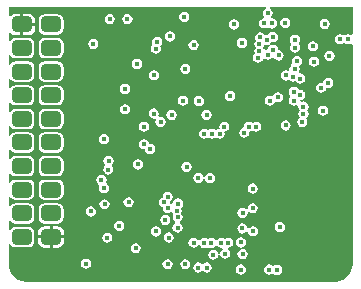
<source format=gbr>
%TF.GenerationSoftware,Altium Limited,Altium Designer,24.3.1 (35)*%
G04 Layer_Physical_Order=2*
G04 Layer_Color=36540*
%FSLAX45Y45*%
%MOMM*%
%TF.SameCoordinates,49A6F1C3-9DA9-4727-8ECF-3BB51FF8743F*%
%TF.FilePolarity,Positive*%
%TF.FileFunction,Copper,L2,Inr,Signal*%
%TF.Part,Single*%
G01*
G75*
%TA.AperFunction,ViaPad*%
%ADD45C,0.45000*%
%TA.AperFunction,ComponentPad*%
G04:AMPARAMS|DCode=46|XSize=1.3mm|YSize=1.7mm|CornerRadius=0.325mm|HoleSize=0mm|Usage=FLASHONLY|Rotation=270.000|XOffset=0mm|YOffset=0mm|HoleType=Round|Shape=RoundedRectangle|*
%AMROUNDEDRECTD46*
21,1,1.30000,1.05000,0,0,270.0*
21,1,0.65000,1.70000,0,0,270.0*
1,1,0.65000,-0.52500,-0.32500*
1,1,0.65000,-0.52500,0.32500*
1,1,0.65000,0.52500,0.32500*
1,1,0.65000,0.52500,-0.32500*
%
%ADD46ROUNDEDRECTD46*%
G36*
X2956055Y2245063D02*
X2941055Y2237046D01*
X2936583Y2240034D01*
X2920000Y2243332D01*
X2903417Y2240034D01*
X2895804Y2234947D01*
X2885000Y2231878D01*
X2874196Y2234947D01*
X2866583Y2240034D01*
X2850000Y2243332D01*
X2833417Y2240034D01*
X2819359Y2230640D01*
X2809966Y2216583D01*
X2806667Y2200000D01*
X2809966Y2183417D01*
X2819359Y2169359D01*
X2833417Y2159966D01*
X2850000Y2156668D01*
X2866583Y2159966D01*
X2874196Y2165053D01*
X2885000Y2168121D01*
X2895804Y2165053D01*
X2903417Y2159966D01*
X2920000Y2156668D01*
X2936583Y2159966D01*
X2941055Y2162954D01*
X2956055Y2154937D01*
Y650001D01*
Y299999D01*
X2956164Y299449D01*
X2950913Y259563D01*
X2935305Y221881D01*
X2910476Y189524D01*
X2878118Y164695D01*
X2840437Y149087D01*
X2814295Y145645D01*
X2800000Y143944D01*
Y143944D01*
X200000D01*
X199453Y143835D01*
X159563Y149087D01*
X121882Y164695D01*
X89524Y189524D01*
X64695Y221882D01*
X49087Y259563D01*
X43836Y299453D01*
X43944Y299999D01*
Y462631D01*
X58944Y467182D01*
X66650Y455650D01*
X84016Y444046D01*
X104500Y439971D01*
X209500D01*
X229984Y444046D01*
X247350Y455650D01*
X258954Y473015D01*
X263028Y493500D01*
Y558500D01*
X258954Y578984D01*
X247350Y596350D01*
X229984Y607953D01*
X209500Y612028D01*
X104500D01*
X84016Y607953D01*
X66650Y596350D01*
X58944Y584818D01*
X43944Y589368D01*
Y662631D01*
X58944Y667182D01*
X66650Y655650D01*
X84016Y644046D01*
X104500Y639972D01*
X209500D01*
X229984Y644046D01*
X247350Y655650D01*
X258954Y673015D01*
X263028Y693500D01*
Y758500D01*
X258954Y778984D01*
X247350Y796350D01*
X229984Y807953D01*
X209500Y812028D01*
X104500D01*
X84016Y807953D01*
X66650Y796350D01*
X58944Y784818D01*
X43944Y789368D01*
Y862631D01*
X58944Y867182D01*
X66650Y855650D01*
X84016Y844046D01*
X104500Y839972D01*
X209500D01*
X229984Y844046D01*
X247350Y855650D01*
X258954Y873016D01*
X263028Y893500D01*
Y958500D01*
X258954Y978984D01*
X247350Y996350D01*
X229984Y1007954D01*
X209500Y1012028D01*
X104500D01*
X84016Y1007954D01*
X66650Y996350D01*
X58944Y984818D01*
X43944Y989368D01*
Y1062632D01*
X58944Y1067182D01*
X66650Y1055650D01*
X84016Y1044046D01*
X104500Y1039972D01*
X209500D01*
X229984Y1044046D01*
X247350Y1055650D01*
X258954Y1073016D01*
X263028Y1093500D01*
Y1158500D01*
X258954Y1178984D01*
X247350Y1196350D01*
X229984Y1207954D01*
X209500Y1212028D01*
X104500D01*
X84016Y1207954D01*
X66650Y1196350D01*
X58944Y1184818D01*
X43944Y1189368D01*
Y1262631D01*
X58944Y1267182D01*
X66650Y1255650D01*
X84016Y1244046D01*
X104500Y1239972D01*
X209500D01*
X229984Y1244046D01*
X247350Y1255650D01*
X258954Y1273015D01*
X263028Y1293500D01*
Y1358500D01*
X258954Y1378984D01*
X247350Y1396350D01*
X229984Y1407953D01*
X209500Y1412028D01*
X104500D01*
X84016Y1407953D01*
X66650Y1396350D01*
X58944Y1384818D01*
X43944Y1389368D01*
Y1462632D01*
X58944Y1467182D01*
X66650Y1455650D01*
X84016Y1444046D01*
X104500Y1439972D01*
X209500D01*
X229984Y1444046D01*
X247350Y1455650D01*
X258954Y1473016D01*
X263028Y1493500D01*
Y1558500D01*
X258954Y1578984D01*
X247350Y1596350D01*
X229984Y1607954D01*
X209500Y1612028D01*
X104500D01*
X84016Y1607954D01*
X66650Y1596350D01*
X58944Y1584818D01*
X43944Y1589368D01*
Y1662631D01*
X58944Y1667182D01*
X66650Y1655650D01*
X84016Y1644046D01*
X104500Y1639972D01*
X209500D01*
X229984Y1644046D01*
X247350Y1655650D01*
X258954Y1673015D01*
X263028Y1693500D01*
Y1758500D01*
X258954Y1778984D01*
X247350Y1796350D01*
X229984Y1807953D01*
X209500Y1812028D01*
X104500D01*
X84016Y1807953D01*
X66650Y1796350D01*
X58944Y1784818D01*
X43944Y1789368D01*
Y1862632D01*
X58944Y1867182D01*
X66650Y1855650D01*
X84016Y1844046D01*
X104500Y1839972D01*
X209500D01*
X229984Y1844046D01*
X247350Y1855650D01*
X258954Y1873016D01*
X263028Y1893500D01*
Y1958500D01*
X258954Y1978984D01*
X247350Y1996350D01*
X229984Y2007954D01*
X209500Y2012028D01*
X104500D01*
X84016Y2007954D01*
X66650Y1996350D01*
X58944Y1984818D01*
X43944Y1989368D01*
Y2062631D01*
X58944Y2067182D01*
X66650Y2055650D01*
X84016Y2044046D01*
X104500Y2039972D01*
X209500D01*
X229984Y2044046D01*
X247350Y2055650D01*
X258954Y2073015D01*
X263028Y2093500D01*
Y2158500D01*
X258954Y2178984D01*
X247350Y2196350D01*
X229984Y2207953D01*
X209500Y2212028D01*
X104500D01*
X84016Y2207953D01*
X66650Y2196350D01*
X58944Y2184818D01*
X43944Y2189368D01*
Y2252911D01*
X58944Y2257462D01*
X62757Y2251756D01*
X81908Y2238959D01*
X104500Y2234466D01*
X144300D01*
Y2326000D01*
Y2417534D01*
X104500D01*
X81908Y2413040D01*
X62757Y2400243D01*
X58944Y2394538D01*
X43944Y2399088D01*
Y2476056D01*
X2221752D01*
X2223229Y2461056D01*
X2220801Y2460573D01*
X2206743Y2451179D01*
X2197349Y2437121D01*
X2194051Y2420539D01*
X2197349Y2403956D01*
X2204900Y2392656D01*
X2202530Y2381598D01*
X2199905Y2376427D01*
X2191097Y2374675D01*
X2177039Y2365282D01*
X2167646Y2351224D01*
X2164347Y2334641D01*
X2167646Y2318058D01*
X2177039Y2304000D01*
X2191097Y2294607D01*
X2207680Y2291309D01*
X2224262Y2294607D01*
X2228297Y2297303D01*
X2240993Y2302598D01*
X2251678Y2296992D01*
X2256464Y2293794D01*
X2273047Y2290495D01*
X2289629Y2293794D01*
X2303687Y2303187D01*
X2313080Y2317245D01*
X2316379Y2333828D01*
X2313080Y2350410D01*
X2303687Y2364468D01*
X2289629Y2373862D01*
X2275291Y2376714D01*
X2271222Y2384096D01*
X2269224Y2391694D01*
X2277417Y2403956D01*
X2280716Y2420539D01*
X2277417Y2437121D01*
X2268024Y2451179D01*
X2253966Y2460573D01*
X2251538Y2461056D01*
X2253015Y2476056D01*
X2956055D01*
Y2245063D01*
D02*
G37*
%LPC*%
G36*
X1530000Y2433332D02*
X1513417Y2430034D01*
X1499359Y2420641D01*
X1489966Y2406583D01*
X1486668Y2390000D01*
X1489966Y2373417D01*
X1499359Y2359360D01*
X1513417Y2349966D01*
X1530000Y2346668D01*
X1546583Y2349966D01*
X1560641Y2359360D01*
X1570034Y2373417D01*
X1573332Y2390000D01*
X1570034Y2406583D01*
X1560641Y2420641D01*
X1546583Y2430034D01*
X1530000Y2433332D01*
D02*
G37*
G36*
X209500Y2417534D02*
X169700D01*
Y2338700D01*
X268534D01*
Y2358500D01*
X264040Y2381092D01*
X251243Y2400243D01*
X232091Y2413040D01*
X209500Y2417534D01*
D02*
G37*
G36*
X1050000Y2413332D02*
X1033417Y2410034D01*
X1019359Y2400641D01*
X1009966Y2386583D01*
X1006668Y2370000D01*
X1009966Y2353417D01*
X1019359Y2339360D01*
X1033417Y2329966D01*
X1050000Y2326668D01*
X1066583Y2329966D01*
X1080640Y2339360D01*
X1090034Y2353417D01*
X1093332Y2370000D01*
X1090034Y2386583D01*
X1080640Y2400641D01*
X1066583Y2410034D01*
X1050000Y2413332D01*
D02*
G37*
G36*
X900000D02*
X883417Y2410034D01*
X869359Y2400641D01*
X859966Y2386583D01*
X856668Y2370000D01*
X859966Y2353417D01*
X869359Y2339360D01*
X883417Y2329966D01*
X900000Y2326668D01*
X916583Y2329966D01*
X930641Y2339360D01*
X940034Y2353417D01*
X943332Y2370000D01*
X940034Y2386583D01*
X930641Y2400641D01*
X916583Y2410034D01*
X900000Y2413332D01*
D02*
G37*
G36*
X2385852Y2381951D02*
X2369270Y2378653D01*
X2355212Y2369259D01*
X2345818Y2355202D01*
X2342520Y2338619D01*
X2345818Y2322036D01*
X2355212Y2307978D01*
X2369270Y2298585D01*
X2385852Y2295286D01*
X2402435Y2298585D01*
X2416493Y2307978D01*
X2425886Y2322036D01*
X2429185Y2338619D01*
X2425886Y2355202D01*
X2416493Y2369259D01*
X2402435Y2378653D01*
X2385852Y2381951D01*
D02*
G37*
G36*
X2720000Y2373332D02*
X2703417Y2370034D01*
X2689359Y2360640D01*
X2679966Y2346583D01*
X2676667Y2330000D01*
X2679966Y2313417D01*
X2689359Y2299359D01*
X2703417Y2289966D01*
X2720000Y2286668D01*
X2736583Y2289966D01*
X2750640Y2299359D01*
X2760034Y2313417D01*
X2763332Y2330000D01*
X2760034Y2346583D01*
X2750640Y2360640D01*
X2736583Y2370034D01*
X2720000Y2373332D01*
D02*
G37*
G36*
X1952558Y2368333D02*
X1935975Y2365034D01*
X1921917Y2355641D01*
X1912524Y2341583D01*
X1909225Y2325000D01*
X1912524Y2308418D01*
X1921917Y2294360D01*
X1935975Y2284966D01*
X1952558Y2281668D01*
X1969140Y2284966D01*
X1983198Y2294360D01*
X1992592Y2308418D01*
X1995890Y2325000D01*
X1992592Y2341583D01*
X1983198Y2355641D01*
X1969140Y2365034D01*
X1952558Y2368333D01*
D02*
G37*
G36*
X455500Y2412028D02*
X350500D01*
X330016Y2407954D01*
X312650Y2396350D01*
X301046Y2378984D01*
X296972Y2358500D01*
Y2293500D01*
X301046Y2273016D01*
X312650Y2255650D01*
X330016Y2244046D01*
X350500Y2239972D01*
X455500D01*
X475984Y2244046D01*
X493350Y2255650D01*
X504954Y2273016D01*
X509028Y2293500D01*
Y2358500D01*
X504954Y2378984D01*
X493350Y2396350D01*
X475984Y2407954D01*
X455500Y2412028D01*
D02*
G37*
G36*
X2281058Y2261898D02*
X2264476Y2258599D01*
X2250418Y2249206D01*
X2241046Y2235180D01*
X2227823Y2237810D01*
X2211828Y2234629D01*
X2204471Y2245640D01*
X2190413Y2255033D01*
X2173831Y2258332D01*
X2157248Y2255033D01*
X2143190Y2245640D01*
X2133797Y2231582D01*
X2130498Y2214999D01*
X2133797Y2198416D01*
X2138754Y2190997D01*
X2135293Y2188685D01*
X2125899Y2174627D01*
X2122601Y2158044D01*
X2125899Y2141462D01*
X2134590Y2128455D01*
X2127028Y2117138D01*
X2123729Y2100555D01*
X2127028Y2083973D01*
X2130603Y2078623D01*
X2124957Y2074851D01*
X2115563Y2060793D01*
X2112265Y2044210D01*
X2115563Y2027627D01*
X2124957Y2013570D01*
X2139015Y2004176D01*
X2155597Y2000878D01*
X2172180Y2004176D01*
X2186238Y2013570D01*
X2195631Y2027627D01*
X2196425Y2031617D01*
X2199331Y2033676D01*
X2212851Y2037309D01*
X2222589Y2030802D01*
X2239172Y2027503D01*
X2255755Y2030802D01*
X2269813Y2040195D01*
X2273978Y2046429D01*
X2281645Y2046251D01*
X2290562Y2044249D01*
X2298736Y2032015D01*
X2312794Y2022622D01*
X2329377Y2019323D01*
X2345959Y2022622D01*
X2360017Y2032015D01*
X2369411Y2046073D01*
X2372709Y2062656D01*
X2369411Y2079238D01*
X2360017Y2093296D01*
X2345959Y2102690D01*
X2329377Y2105988D01*
X2323091Y2120032D01*
X2321921Y2125910D01*
X2312528Y2139968D01*
X2298470Y2149361D01*
X2281887Y2152660D01*
X2265305Y2149361D01*
X2251247Y2139968D01*
X2241854Y2125910D01*
X2239505Y2114102D01*
X2239172Y2114168D01*
X2223597Y2111070D01*
X2218941Y2110918D01*
X2207380Y2115707D01*
X2207096Y2117138D01*
X2198405Y2130144D01*
X2205967Y2141462D01*
X2208308Y2153229D01*
X2211240Y2154444D01*
X2227823Y2151145D01*
X2244405Y2154444D01*
X2258463Y2163837D01*
X2267835Y2177863D01*
X2281058Y2175233D01*
X2297641Y2178531D01*
X2311699Y2187925D01*
X2321092Y2201983D01*
X2324391Y2218565D01*
X2321092Y2235148D01*
X2311699Y2249206D01*
X2297641Y2258599D01*
X2281058Y2261898D01*
D02*
G37*
G36*
X268534Y2313300D02*
X169700D01*
Y2234466D01*
X209500D01*
X232091Y2238959D01*
X251243Y2251756D01*
X264040Y2270908D01*
X268534Y2293500D01*
Y2313300D01*
D02*
G37*
G36*
X1410565Y2267176D02*
X1393982Y2263877D01*
X1379924Y2254484D01*
X1370531Y2240426D01*
X1367232Y2223843D01*
X1370531Y2207261D01*
X1379924Y2193203D01*
X1393982Y2183809D01*
X1410565Y2180511D01*
X1427148Y2183809D01*
X1441205Y2193203D01*
X1450599Y2207261D01*
X1453897Y2223843D01*
X1450599Y2240426D01*
X1441205Y2254484D01*
X1427148Y2263877D01*
X1410565Y2267176D01*
D02*
G37*
G36*
X2020000Y2213332D02*
X2003417Y2210034D01*
X1989359Y2200641D01*
X1979966Y2186583D01*
X1976668Y2170000D01*
X1979966Y2153417D01*
X1989359Y2139359D01*
X2003417Y2129966D01*
X2020000Y2126668D01*
X2036583Y2129966D01*
X2050641Y2139359D01*
X2060034Y2153417D01*
X2063332Y2170000D01*
X2060034Y2186583D01*
X2050641Y2200641D01*
X2036583Y2210034D01*
X2020000Y2213332D01*
D02*
G37*
G36*
X761529Y2203623D02*
X744946Y2200325D01*
X730888Y2190932D01*
X721495Y2176874D01*
X718196Y2160291D01*
X721495Y2143708D01*
X730888Y2129651D01*
X744946Y2120257D01*
X761529Y2116959D01*
X778111Y2120257D01*
X792169Y2129651D01*
X801563Y2143708D01*
X804861Y2160291D01*
X801563Y2176874D01*
X792169Y2190932D01*
X778111Y2200325D01*
X761529Y2203623D01*
D02*
G37*
G36*
X1610000Y2193332D02*
X1593417Y2190034D01*
X1579360Y2180641D01*
X1569966Y2166583D01*
X1566668Y2150000D01*
X1569966Y2133417D01*
X1579360Y2119359D01*
X1593417Y2109966D01*
X1610000Y2106668D01*
X1626583Y2109966D01*
X1640641Y2119359D01*
X1650034Y2133417D01*
X1653332Y2150000D01*
X1650034Y2166583D01*
X1640641Y2180641D01*
X1626583Y2190034D01*
X1610000Y2193332D01*
D02*
G37*
G36*
X2620000Y2183332D02*
X2603417Y2180034D01*
X2589360Y2170641D01*
X2579966Y2156583D01*
X2576668Y2140000D01*
X2579966Y2123417D01*
X2589360Y2109360D01*
X2603417Y2099966D01*
X2620000Y2096668D01*
X2636583Y2099966D01*
X2650641Y2109360D01*
X2660034Y2123417D01*
X2663332Y2140000D01*
X2660034Y2156583D01*
X2650641Y2170641D01*
X2636583Y2180034D01*
X2620000Y2183332D01*
D02*
G37*
G36*
X2468052Y2236886D02*
X2451470Y2233588D01*
X2437412Y2224194D01*
X2428018Y2210137D01*
X2424720Y2193554D01*
X2428018Y2176971D01*
X2437411Y2162913D01*
X2431955Y2149560D01*
X2429966Y2146583D01*
X2426667Y2130000D01*
X2429966Y2113417D01*
X2439359Y2099360D01*
X2453417Y2089966D01*
X2470000Y2086668D01*
X2486583Y2089966D01*
X2500640Y2099360D01*
X2510034Y2113417D01*
X2513332Y2130000D01*
X2510034Y2146583D01*
X2500641Y2160641D01*
X2506097Y2173994D01*
X2508086Y2176971D01*
X2511385Y2193554D01*
X2508086Y2210137D01*
X2498693Y2224194D01*
X2484635Y2233588D01*
X2468052Y2236886D01*
D02*
G37*
G36*
X1301277Y2219716D02*
X1284694Y2216417D01*
X1270636Y2207024D01*
X1261243Y2192966D01*
X1257944Y2176383D01*
X1261243Y2159801D01*
X1264893Y2154338D01*
X1259359Y2150641D01*
X1249966Y2136583D01*
X1246668Y2120000D01*
X1249966Y2103417D01*
X1259359Y2089360D01*
X1273417Y2079966D01*
X1290000Y2076668D01*
X1306583Y2079966D01*
X1320640Y2089360D01*
X1330034Y2103417D01*
X1333332Y2120000D01*
X1330034Y2136583D01*
X1326384Y2142046D01*
X1331917Y2145743D01*
X1341310Y2159801D01*
X1344609Y2176383D01*
X1341310Y2192966D01*
X1331917Y2207024D01*
X1317859Y2216417D01*
X1301277Y2219716D01*
D02*
G37*
G36*
X455500Y2212028D02*
X350500D01*
X330016Y2207953D01*
X312650Y2196350D01*
X301046Y2178984D01*
X296972Y2158500D01*
Y2093500D01*
X301046Y2073015D01*
X312650Y2055650D01*
X330016Y2044046D01*
X350500Y2039972D01*
X455500D01*
X475984Y2044046D01*
X493350Y2055650D01*
X504954Y2073015D01*
X509028Y2093500D01*
Y2158500D01*
X504954Y2178984D01*
X493350Y2196350D01*
X475984Y2207953D01*
X455500Y2212028D01*
D02*
G37*
G36*
X2760000Y2103332D02*
X2743417Y2100034D01*
X2729360Y2090640D01*
X2719966Y2076583D01*
X2716668Y2060000D01*
X2719966Y2043417D01*
X2729360Y2029359D01*
X2743417Y2019966D01*
X2760000Y2016668D01*
X2776583Y2019966D01*
X2790641Y2029359D01*
X2800034Y2043417D01*
X2803332Y2060000D01*
X2800034Y2076583D01*
X2790641Y2090640D01*
X2776583Y2100034D01*
X2760000Y2103332D01*
D02*
G37*
G36*
X2630000Y2053332D02*
X2613417Y2050034D01*
X2599360Y2040641D01*
X2589966Y2026583D01*
X2586668Y2010000D01*
X2589966Y1993417D01*
X2599360Y1979360D01*
X2613417Y1969966D01*
X2630000Y1966668D01*
X2646583Y1969966D01*
X2660641Y1979360D01*
X2670034Y1993417D01*
X2673332Y2010000D01*
X2670034Y2026583D01*
X2660641Y2040641D01*
X2646583Y2050034D01*
X2630000Y2053332D01*
D02*
G37*
G36*
X1131500Y2035444D02*
X1114918Y2032146D01*
X1100860Y2022752D01*
X1091466Y2008694D01*
X1088168Y1992112D01*
X1091466Y1975529D01*
X1100860Y1961471D01*
X1114918Y1952078D01*
X1131500Y1948779D01*
X1148083Y1952078D01*
X1162141Y1961471D01*
X1171534Y1975529D01*
X1174833Y1992112D01*
X1171534Y2008694D01*
X1162141Y2022752D01*
X1148083Y2032146D01*
X1131500Y2035444D01*
D02*
G37*
G36*
X2484288Y2057653D02*
X2467706Y2054355D01*
X2453648Y2044962D01*
X2444254Y2030904D01*
X2440956Y2014321D01*
X2444254Y1997739D01*
X2438629Y1979158D01*
X2434259Y1976238D01*
X2424865Y1962180D01*
X2421567Y1945597D01*
X2422262Y1942103D01*
X2408762Y1933082D01*
X2407998Y1933593D01*
X2391415Y1936892D01*
X2374833Y1933593D01*
X2360775Y1924200D01*
X2351381Y1910142D01*
X2348083Y1893559D01*
X2351381Y1876977D01*
X2360775Y1862919D01*
X2374833Y1853525D01*
X2391415Y1850227D01*
X2407998Y1853525D01*
X2418428Y1860495D01*
X2423813Y1852435D01*
X2437871Y1843042D01*
X2454454Y1839744D01*
X2471036Y1843042D01*
X2473810Y1844895D01*
X2479451Y1836453D01*
X2493509Y1827060D01*
X2510092Y1823761D01*
X2526675Y1827060D01*
X2540733Y1836453D01*
X2550126Y1850511D01*
X2553424Y1867094D01*
X2550126Y1883676D01*
X2540733Y1897734D01*
X2526675Y1907128D01*
X2510092Y1910426D01*
X2501604Y1924031D01*
X2504933Y1929015D01*
X2508232Y1945597D01*
X2504933Y1962180D01*
X2510559Y1980760D01*
X2514929Y1983681D01*
X2524322Y1997738D01*
X2527621Y2014321D01*
X2524322Y2030904D01*
X2514929Y2044962D01*
X2500871Y2054355D01*
X2484288Y2057653D01*
D02*
G37*
G36*
X1540000Y1993332D02*
X1523417Y1990034D01*
X1509359Y1980640D01*
X1499966Y1966583D01*
X1496668Y1950000D01*
X1499966Y1933417D01*
X1509359Y1919359D01*
X1523417Y1909966D01*
X1540000Y1906668D01*
X1556583Y1909966D01*
X1570640Y1919359D01*
X1580034Y1933417D01*
X1583332Y1950000D01*
X1580034Y1966583D01*
X1570640Y1980640D01*
X1556583Y1990034D01*
X1540000Y1993332D01*
D02*
G37*
G36*
X1275452Y1937592D02*
X1258869Y1934293D01*
X1244812Y1924900D01*
X1235418Y1910842D01*
X1232120Y1894259D01*
X1235418Y1877676D01*
X1244812Y1863619D01*
X1258869Y1854225D01*
X1275452Y1850927D01*
X1292035Y1854225D01*
X1306093Y1863619D01*
X1315486Y1877676D01*
X1318785Y1894259D01*
X1315486Y1910842D01*
X1306093Y1924900D01*
X1292035Y1934293D01*
X1275452Y1937592D01*
D02*
G37*
G36*
X455500Y2012028D02*
X350500D01*
X330016Y2007954D01*
X312650Y1996350D01*
X301046Y1978984D01*
X296972Y1958500D01*
Y1893500D01*
X301046Y1873016D01*
X312650Y1855650D01*
X330016Y1844046D01*
X350500Y1839972D01*
X455500D01*
X475984Y1844046D01*
X493350Y1855650D01*
X504954Y1873016D01*
X509028Y1893500D01*
Y1958500D01*
X504954Y1978984D01*
X493350Y1996350D01*
X475984Y2007954D01*
X455500Y2012028D01*
D02*
G37*
G36*
X2750000Y1873332D02*
X2733417Y1870034D01*
X2719360Y1860640D01*
X2709966Y1846583D01*
X2709375Y1843608D01*
X2706582Y1830034D01*
X2690000Y1833332D01*
X2673417Y1830034D01*
X2659359Y1820641D01*
X2649966Y1806583D01*
X2646668Y1790000D01*
X2649966Y1773417D01*
X2659359Y1759359D01*
X2673417Y1749966D01*
X2690000Y1746668D01*
X2706583Y1749966D01*
X2720640Y1759359D01*
X2730034Y1773417D01*
X2730625Y1776391D01*
X2733418Y1789966D01*
X2750000Y1786667D01*
X2766583Y1789966D01*
X2780641Y1799359D01*
X2790034Y1813417D01*
X2793332Y1830000D01*
X2790034Y1846583D01*
X2780641Y1860640D01*
X2766583Y1870034D01*
X2750000Y1873332D01*
D02*
G37*
G36*
X1030000Y1823332D02*
X1013417Y1820034D01*
X999359Y1810641D01*
X989966Y1796583D01*
X986668Y1780000D01*
X989966Y1763417D01*
X999359Y1749359D01*
X1013417Y1739966D01*
X1030000Y1736668D01*
X1046583Y1739966D01*
X1060641Y1749359D01*
X1070034Y1763417D01*
X1073332Y1780000D01*
X1070034Y1796583D01*
X1060641Y1810641D01*
X1046583Y1820034D01*
X1030000Y1823332D01*
D02*
G37*
G36*
X2322971Y1751725D02*
X2306388Y1748427D01*
X2292330Y1739034D01*
X2282937Y1724976D01*
X2282861Y1724596D01*
X2271375Y1719838D01*
X2254793Y1723136D01*
X2238210Y1719838D01*
X2224152Y1710444D01*
X2214759Y1696386D01*
X2211460Y1679804D01*
X2214759Y1663221D01*
X2224152Y1649163D01*
X2238210Y1639770D01*
X2254793Y1636471D01*
X2271375Y1639770D01*
X2285433Y1649163D01*
X2294826Y1663221D01*
X2294902Y1663601D01*
X2306389Y1668359D01*
X2322971Y1665061D01*
X2339554Y1668359D01*
X2353611Y1677753D01*
X2363005Y1691810D01*
X2366303Y1708393D01*
X2363005Y1724976D01*
X2353611Y1739034D01*
X2339554Y1748427D01*
X2322971Y1751725D01*
D02*
G37*
G36*
X1920000Y1763333D02*
X1903417Y1760034D01*
X1889359Y1750641D01*
X1879966Y1736583D01*
X1876668Y1720000D01*
X1879966Y1703417D01*
X1889359Y1689360D01*
X1903417Y1679966D01*
X1920000Y1676668D01*
X1936583Y1679966D01*
X1950640Y1689360D01*
X1960034Y1703417D01*
X1963332Y1720000D01*
X1960034Y1736583D01*
X1950640Y1750641D01*
X1936583Y1760034D01*
X1920000Y1763333D01*
D02*
G37*
G36*
X455500Y1812028D02*
X350500D01*
X330016Y1807953D01*
X312650Y1796350D01*
X301046Y1778984D01*
X296972Y1758500D01*
Y1693500D01*
X301046Y1673015D01*
X312650Y1655650D01*
X330016Y1644046D01*
X350500Y1639972D01*
X455500D01*
X475984Y1644046D01*
X493350Y1655650D01*
X504954Y1673015D01*
X509028Y1693500D01*
Y1758500D01*
X504954Y1778984D01*
X493350Y1796350D01*
X475984Y1807953D01*
X455500Y1812028D01*
D02*
G37*
G36*
X1520000Y1723332D02*
X1503417Y1720034D01*
X1489359Y1710640D01*
X1479966Y1696583D01*
X1476668Y1680000D01*
X1479966Y1663417D01*
X1489359Y1649359D01*
X1503417Y1639966D01*
X1520000Y1636668D01*
X1536583Y1639966D01*
X1550641Y1649359D01*
X1560034Y1663417D01*
X1563332Y1680000D01*
X1560034Y1696583D01*
X1550641Y1710640D01*
X1536583Y1720034D01*
X1520000Y1723332D01*
D02*
G37*
G36*
X1654424Y1719750D02*
X1637842Y1716451D01*
X1623784Y1707058D01*
X1614390Y1693000D01*
X1611092Y1676418D01*
X1614390Y1659835D01*
X1623784Y1645777D01*
X1637842Y1636384D01*
X1654424Y1633085D01*
X1671007Y1636384D01*
X1685065Y1645777D01*
X1694458Y1659835D01*
X1697757Y1676418D01*
X1694458Y1693000D01*
X1685065Y1707058D01*
X1671007Y1716451D01*
X1654424Y1719750D01*
D02*
G37*
G36*
X1030489Y1650497D02*
X1013906Y1647199D01*
X999848Y1637805D01*
X990455Y1623747D01*
X987157Y1607165D01*
X990455Y1590582D01*
X999848Y1576524D01*
X1013906Y1567131D01*
X1030489Y1563832D01*
X1047072Y1567131D01*
X1061129Y1576524D01*
X1070523Y1590582D01*
X1073821Y1607165D01*
X1070523Y1623747D01*
X1061129Y1637805D01*
X1047072Y1647199D01*
X1030489Y1650497D01*
D02*
G37*
G36*
X2705000Y1638333D02*
X2688418Y1635034D01*
X2674360Y1625641D01*
X2664966Y1611583D01*
X2661668Y1595000D01*
X2664966Y1578417D01*
X2674360Y1564360D01*
X2688418Y1554966D01*
X2705000Y1551668D01*
X2721583Y1554966D01*
X2735641Y1564360D01*
X2745034Y1578417D01*
X2748333Y1595000D01*
X2745034Y1611583D01*
X2735641Y1625641D01*
X2721583Y1635034D01*
X2705000Y1638333D01*
D02*
G37*
G36*
X1720000Y1603332D02*
X1703417Y1600034D01*
X1689360Y1590640D01*
X1679966Y1576583D01*
X1676668Y1560000D01*
X1679966Y1543417D01*
X1689360Y1529359D01*
X1703417Y1519966D01*
X1720000Y1516668D01*
X1736583Y1519966D01*
X1750641Y1529359D01*
X1760034Y1543417D01*
X1763333Y1560000D01*
X1760034Y1576583D01*
X1750641Y1590640D01*
X1736583Y1600034D01*
X1720000Y1603332D01*
D02*
G37*
G36*
X1423747Y1602316D02*
X1407164Y1599018D01*
X1393106Y1589624D01*
X1383713Y1575566D01*
X1380415Y1558984D01*
X1383713Y1542401D01*
X1393106Y1528343D01*
X1407164Y1518950D01*
X1423747Y1515651D01*
X1440330Y1518950D01*
X1454387Y1528343D01*
X1463781Y1542401D01*
X1467079Y1558984D01*
X1463781Y1575566D01*
X1454387Y1589624D01*
X1440330Y1599018D01*
X1423747Y1602316D01*
D02*
G37*
G36*
X2139948Y1503384D02*
X2123365Y1500086D01*
X2109935Y1491112D01*
X2096583Y1500034D01*
X2080000Y1503332D01*
X2063417Y1500034D01*
X2049359Y1490640D01*
X2039966Y1476583D01*
X2036668Y1460000D01*
X2038070Y1452949D01*
X2023417Y1450034D01*
X2009359Y1440641D01*
X1999966Y1426583D01*
X1996668Y1410000D01*
X1999966Y1393417D01*
X2009359Y1379359D01*
X2023417Y1369966D01*
X2040000Y1366668D01*
X2056583Y1369966D01*
X2070641Y1379359D01*
X2080034Y1393417D01*
X2083332Y1410000D01*
X2081930Y1417051D01*
X2096583Y1419966D01*
X2110013Y1428940D01*
X2123365Y1420018D01*
X2139948Y1416720D01*
X2156531Y1420018D01*
X2170588Y1429411D01*
X2179982Y1443469D01*
X2183280Y1460052D01*
X2179982Y1476635D01*
X2170588Y1490692D01*
X2156531Y1500086D01*
X2139948Y1503384D01*
D02*
G37*
G36*
X2459498Y1799394D02*
X2442915Y1796096D01*
X2428857Y1786702D01*
X2419464Y1772644D01*
X2416166Y1756062D01*
X2419464Y1739479D01*
X2427506Y1727443D01*
X2429283Y1719347D01*
X2427698Y1708155D01*
X2419966Y1696583D01*
X2416668Y1680000D01*
X2419966Y1663417D01*
X2429359Y1649359D01*
X2443417Y1639966D01*
X2460000Y1636668D01*
X2476583Y1639966D01*
X2484394Y1645186D01*
X2497894Y1636166D01*
X2496668Y1630000D01*
X2499966Y1613417D01*
X2508931Y1600000D01*
X2499966Y1586583D01*
X2496668Y1570000D01*
X2499966Y1553417D01*
X2509359Y1539360D01*
X2500462Y1531377D01*
X2499359Y1530641D01*
X2489966Y1516583D01*
X2486668Y1500000D01*
X2489966Y1483417D01*
X2499359Y1469360D01*
X2513417Y1459966D01*
X2530000Y1456668D01*
X2546583Y1459966D01*
X2560641Y1469360D01*
X2570034Y1483417D01*
X2573332Y1500000D01*
X2570034Y1516583D01*
X2560641Y1530640D01*
X2569538Y1538623D01*
X2570641Y1539359D01*
X2580034Y1553417D01*
X2583332Y1570000D01*
X2580034Y1586583D01*
X2571069Y1600000D01*
X2580034Y1613417D01*
X2583332Y1630000D01*
X2580034Y1646583D01*
X2570641Y1660641D01*
X2556583Y1670034D01*
X2540000Y1673332D01*
X2527488Y1670844D01*
X2516697Y1677900D01*
X2513606Y1681519D01*
X2513889Y1684002D01*
X2517554Y1685392D01*
X2526798Y1687230D01*
X2540856Y1696624D01*
X2550249Y1710682D01*
X2553548Y1727264D01*
X2550249Y1743847D01*
X2540856Y1757905D01*
X2526798Y1767298D01*
X2510215Y1770597D01*
X2500330Y1768630D01*
X2499532Y1772644D01*
X2490139Y1786702D01*
X2476081Y1796096D01*
X2459498Y1799394D01*
D02*
G37*
G36*
X1272521Y1614625D02*
X1255939Y1611327D01*
X1241881Y1601933D01*
X1232488Y1587875D01*
X1229189Y1571293D01*
X1232488Y1554710D01*
X1241881Y1540652D01*
X1255939Y1531259D01*
X1272521Y1527960D01*
X1280602Y1529568D01*
X1289966Y1516582D01*
X1286667Y1500000D01*
X1289966Y1483417D01*
X1299359Y1469360D01*
X1313417Y1459966D01*
X1330000Y1456668D01*
X1346583Y1459966D01*
X1360640Y1469360D01*
X1370034Y1483417D01*
X1373332Y1500000D01*
X1370034Y1516583D01*
X1360640Y1530641D01*
X1346583Y1540034D01*
X1330000Y1543332D01*
X1321920Y1541725D01*
X1312555Y1554710D01*
X1315854Y1571293D01*
X1312555Y1587875D01*
X1303162Y1601933D01*
X1289104Y1611327D01*
X1272521Y1614625D01*
D02*
G37*
G36*
X455500Y1612028D02*
X350500D01*
X330016Y1607954D01*
X312650Y1596350D01*
X301046Y1578984D01*
X296972Y1558500D01*
Y1493500D01*
X301046Y1473016D01*
X312650Y1455650D01*
X330016Y1444046D01*
X350500Y1439972D01*
X455500D01*
X475984Y1444046D01*
X493350Y1455650D01*
X504954Y1473016D01*
X509028Y1493500D01*
Y1558500D01*
X504954Y1578984D01*
X493350Y1596350D01*
X475984Y1607954D01*
X455500Y1612028D01*
D02*
G37*
G36*
X1870000Y1503332D02*
X1853417Y1500034D01*
X1839360Y1490640D01*
X1829966Y1476583D01*
X1826668Y1460000D01*
X1829966Y1443417D01*
X1816392Y1440626D01*
X1813417Y1440034D01*
X1809855Y1437653D01*
X1796906Y1432019D01*
X1786243Y1438010D01*
X1781820Y1440965D01*
X1765237Y1444264D01*
X1748655Y1440965D01*
X1743904Y1437790D01*
X1733337Y1432095D01*
X1720473Y1437434D01*
X1716583Y1440034D01*
X1700000Y1443332D01*
X1683417Y1440034D01*
X1669359Y1430641D01*
X1659966Y1416583D01*
X1656668Y1400000D01*
X1659966Y1383417D01*
X1669359Y1369359D01*
X1683417Y1359966D01*
X1700000Y1356668D01*
X1716583Y1359966D01*
X1730640Y1369359D01*
X1744126Y1363923D01*
X1748655Y1360897D01*
X1765237Y1357599D01*
X1781820Y1360897D01*
X1785383Y1363278D01*
X1798331Y1368912D01*
X1808994Y1362921D01*
X1813417Y1359966D01*
X1830000Y1356668D01*
X1846583Y1359966D01*
X1860640Y1369359D01*
X1870034Y1383417D01*
X1873332Y1400000D01*
X1870034Y1416582D01*
X1883608Y1419374D01*
X1886583Y1419966D01*
X1900641Y1429359D01*
X1910034Y1443417D01*
X1913332Y1460000D01*
X1910034Y1476583D01*
X1900641Y1490640D01*
X1886583Y1500034D01*
X1870000Y1503332D01*
D02*
G37*
G36*
X2390000Y1513333D02*
X2373417Y1510034D01*
X2359360Y1500641D01*
X2349966Y1486583D01*
X2346668Y1470000D01*
X2349966Y1453417D01*
X2359360Y1439360D01*
X2373417Y1429966D01*
X2390000Y1426668D01*
X2406583Y1429966D01*
X2420641Y1439360D01*
X2430034Y1453417D01*
X2433332Y1470000D01*
X2430034Y1486583D01*
X2420641Y1500641D01*
X2406583Y1510034D01*
X2390000Y1513333D01*
D02*
G37*
G36*
X1190000Y1503332D02*
X1173417Y1500034D01*
X1159359Y1490640D01*
X1149966Y1476583D01*
X1146668Y1460000D01*
X1149966Y1443417D01*
X1159359Y1429359D01*
X1173417Y1419966D01*
X1190000Y1416667D01*
X1206583Y1419966D01*
X1220640Y1429359D01*
X1230034Y1443417D01*
X1233332Y1460000D01*
X1230034Y1476583D01*
X1220640Y1490640D01*
X1206583Y1500034D01*
X1190000Y1503332D01*
D02*
G37*
G36*
X850000Y1397506D02*
X833417Y1394208D01*
X819359Y1384814D01*
X809966Y1370756D01*
X806667Y1354174D01*
X809966Y1337591D01*
X819359Y1323533D01*
X833417Y1314140D01*
X850000Y1310841D01*
X866582Y1314140D01*
X880640Y1323533D01*
X890034Y1337591D01*
X893332Y1354174D01*
X890034Y1370756D01*
X880640Y1384814D01*
X866582Y1394208D01*
X850000Y1397506D01*
D02*
G37*
G36*
X455500Y1412028D02*
X350500D01*
X330016Y1407953D01*
X312650Y1396350D01*
X301046Y1378984D01*
X296972Y1358500D01*
Y1293500D01*
X301046Y1273015D01*
X312650Y1255650D01*
X330016Y1244046D01*
X350500Y1239972D01*
X455500D01*
X475984Y1244046D01*
X493350Y1255650D01*
X504954Y1273015D01*
X509028Y1293500D01*
Y1358500D01*
X504954Y1378984D01*
X493350Y1396350D01*
X475984Y1407953D01*
X455500Y1412028D01*
D02*
G37*
G36*
X1190000Y1353332D02*
X1173417Y1350034D01*
X1159359Y1340640D01*
X1149966Y1326583D01*
X1146668Y1310000D01*
X1149966Y1293417D01*
X1159359Y1279359D01*
X1173417Y1269966D01*
X1190000Y1266668D01*
X1197051Y1268070D01*
X1199966Y1253417D01*
X1209360Y1239359D01*
X1223417Y1229966D01*
X1240000Y1226668D01*
X1256583Y1229966D01*
X1270641Y1239359D01*
X1280034Y1253417D01*
X1283332Y1270000D01*
X1280034Y1286583D01*
X1270641Y1300641D01*
X1256583Y1310034D01*
X1240000Y1313332D01*
X1232949Y1311930D01*
X1230034Y1326583D01*
X1220640Y1340640D01*
X1206583Y1350034D01*
X1190000Y1353332D01*
D02*
G37*
G36*
X1140000Y1183332D02*
X1123417Y1180034D01*
X1109359Y1170641D01*
X1099966Y1156583D01*
X1096668Y1140000D01*
X1099966Y1123417D01*
X1109359Y1109359D01*
X1123417Y1099966D01*
X1140000Y1096668D01*
X1156583Y1099966D01*
X1170641Y1109359D01*
X1180034Y1123417D01*
X1183332Y1140000D01*
X1180034Y1156583D01*
X1170641Y1170641D01*
X1156583Y1180034D01*
X1140000Y1183332D01*
D02*
G37*
G36*
X1550000Y1163332D02*
X1533417Y1160033D01*
X1519359Y1150640D01*
X1509966Y1136582D01*
X1506668Y1120000D01*
X1509966Y1103417D01*
X1519359Y1089359D01*
X1533417Y1079966D01*
X1550000Y1076667D01*
X1566583Y1079966D01*
X1580640Y1089359D01*
X1590034Y1103417D01*
X1593332Y1120000D01*
X1590034Y1136582D01*
X1580640Y1150640D01*
X1566583Y1160033D01*
X1550000Y1163332D01*
D02*
G37*
G36*
X890000Y1213332D02*
X873417Y1210034D01*
X859359Y1200640D01*
X849966Y1186583D01*
X846668Y1170000D01*
X849966Y1153417D01*
X859359Y1139360D01*
X854677Y1124447D01*
X847373Y1113516D01*
X844075Y1096933D01*
X847373Y1080350D01*
X856766Y1066293D01*
X870824Y1056899D01*
X887407Y1053601D01*
X903990Y1056899D01*
X918047Y1066293D01*
X927441Y1080350D01*
X930739Y1096933D01*
X927441Y1113516D01*
X918047Y1127573D01*
X922729Y1142486D01*
X930034Y1153417D01*
X933332Y1170000D01*
X930034Y1186583D01*
X920641Y1200640D01*
X906583Y1210034D01*
X890000Y1213332D01*
D02*
G37*
G36*
X455500Y1212028D02*
X350500D01*
X330016Y1207954D01*
X312650Y1196350D01*
X301046Y1178984D01*
X296972Y1158500D01*
Y1093500D01*
X301046Y1073016D01*
X312650Y1055650D01*
X330016Y1044046D01*
X350500Y1039972D01*
X455500D01*
X475984Y1044046D01*
X493350Y1055650D01*
X504954Y1073016D01*
X509028Y1093500D01*
Y1158500D01*
X504954Y1178984D01*
X493350Y1196350D01*
X475984Y1207954D01*
X455500Y1212028D01*
D02*
G37*
G36*
X1651592Y1067889D02*
X1635009Y1064591D01*
X1620951Y1055198D01*
X1611558Y1041140D01*
X1608259Y1024557D01*
X1611558Y1007974D01*
X1620951Y993916D01*
X1635009Y984523D01*
X1651592Y981225D01*
X1668174Y984523D01*
X1682232Y993916D01*
X1691626Y1007974D01*
X1693207Y1015924D01*
X1708501D01*
X1710274Y1007006D01*
X1719668Y992948D01*
X1733726Y983555D01*
X1750308Y980256D01*
X1766891Y983555D01*
X1780949Y992948D01*
X1790342Y1007006D01*
X1793641Y1023589D01*
X1790342Y1040171D01*
X1780949Y1054229D01*
X1766891Y1063623D01*
X1750308Y1066921D01*
X1733726Y1063623D01*
X1719668Y1054229D01*
X1710274Y1040171D01*
X1708693Y1032222D01*
X1693399D01*
X1691626Y1041140D01*
X1682232Y1055198D01*
X1668174Y1064591D01*
X1651592Y1067889D01*
D02*
G37*
G36*
X830000Y1053332D02*
X813417Y1050034D01*
X799360Y1040641D01*
X789966Y1026583D01*
X786668Y1010000D01*
X789966Y993417D01*
X799360Y979359D01*
X804754Y975755D01*
X810018Y956634D01*
X806720Y940052D01*
X810018Y923469D01*
X819412Y909411D01*
X833470Y900018D01*
X850052Y896720D01*
X866635Y900018D01*
X880693Y909411D01*
X890086Y923469D01*
X893385Y940052D01*
X890086Y956635D01*
X880693Y970692D01*
X875298Y974297D01*
X870034Y993418D01*
X873333Y1010000D01*
X870034Y1026583D01*
X860641Y1040641D01*
X846583Y1050034D01*
X830000Y1053332D01*
D02*
G37*
G36*
X2110745Y978707D02*
X2094162Y975408D01*
X2080104Y966015D01*
X2070711Y951957D01*
X2067412Y935374D01*
X2070711Y918792D01*
X2080104Y904734D01*
X2094162Y895340D01*
X2110745Y892042D01*
X2127327Y895340D01*
X2141385Y904734D01*
X2150779Y918792D01*
X2154077Y935374D01*
X2150779Y951957D01*
X2141385Y966015D01*
X2127327Y975408D01*
X2110745Y978707D01*
D02*
G37*
G36*
X455500Y1012028D02*
X350500D01*
X330016Y1007954D01*
X312650Y996350D01*
X301046Y978984D01*
X296972Y958500D01*
Y893500D01*
X301046Y873016D01*
X312650Y855650D01*
X330016Y844046D01*
X350500Y839972D01*
X455500D01*
X475984Y844046D01*
X493350Y855650D01*
X504954Y873016D01*
X509028Y893500D01*
Y958500D01*
X504954Y978984D01*
X493350Y996350D01*
X475984Y1007954D01*
X455500Y1012028D01*
D02*
G37*
G36*
X1059292Y863332D02*
X1042710Y860034D01*
X1028652Y850640D01*
X1019258Y836582D01*
X1015960Y820000D01*
X1019258Y803417D01*
X1028652Y789359D01*
X1042710Y779966D01*
X1059292Y776667D01*
X1075875Y779966D01*
X1089933Y789359D01*
X1099326Y803417D01*
X1102625Y820000D01*
X1099326Y836582D01*
X1089933Y850640D01*
X1075875Y860034D01*
X1059292Y863332D01*
D02*
G37*
G36*
X2110236Y812556D02*
X2093653Y809258D01*
X2079595Y799865D01*
X2070202Y785807D01*
X2066903Y769224D01*
X2067012Y768679D01*
X2060101Y763694D01*
X2053197Y761243D01*
X2040959Y769420D01*
X2024376Y772719D01*
X2007793Y769420D01*
X1993735Y760027D01*
X1984342Y745969D01*
X1981044Y729386D01*
X1984342Y712804D01*
X1993735Y698746D01*
X2007793Y689352D01*
X2024376Y686054D01*
X2040959Y689352D01*
X2055016Y698746D01*
X2064410Y712804D01*
X2067708Y729386D01*
X2067600Y729931D01*
X2074511Y734916D01*
X2081415Y737368D01*
X2093653Y729190D01*
X2110236Y725892D01*
X2126818Y729190D01*
X2140876Y738583D01*
X2150270Y752641D01*
X2153568Y769224D01*
X2150270Y785807D01*
X2140876Y799865D01*
X2126818Y809258D01*
X2110236Y812556D01*
D02*
G37*
G36*
X855802Y846160D02*
X839220Y842862D01*
X825162Y833468D01*
X815768Y819411D01*
X812470Y802828D01*
X815768Y786245D01*
X825162Y772187D01*
X839220Y762794D01*
X855802Y759496D01*
X872385Y762794D01*
X886443Y772187D01*
X895836Y786245D01*
X899135Y802828D01*
X895836Y819411D01*
X886443Y833468D01*
X872385Y842862D01*
X855802Y846160D01*
D02*
G37*
G36*
X740000Y785031D02*
X723417Y781732D01*
X709359Y772339D01*
X699966Y758281D01*
X696667Y741698D01*
X699966Y725116D01*
X709359Y711058D01*
X723417Y701664D01*
X740000Y698366D01*
X756582Y701664D01*
X770640Y711058D01*
X780034Y725116D01*
X783332Y741698D01*
X780034Y758281D01*
X770640Y772339D01*
X756582Y781732D01*
X740000Y785031D01*
D02*
G37*
G36*
X455500Y812028D02*
X350500D01*
X330016Y807953D01*
X312650Y796350D01*
X301046Y778984D01*
X296972Y758500D01*
Y693500D01*
X301046Y673015D01*
X312650Y655650D01*
X330016Y644046D01*
X350500Y639972D01*
X455500D01*
X475984Y644046D01*
X493350Y655650D01*
X504954Y673015D01*
X509028Y693500D01*
Y758500D01*
X504954Y778984D01*
X493350Y796350D01*
X475984Y807953D01*
X455500Y812028D01*
D02*
G37*
G36*
X1370000Y713332D02*
X1353417Y710034D01*
X1339360Y700640D01*
X1329966Y686583D01*
X1326668Y670000D01*
X1329966Y653417D01*
X1339360Y639359D01*
X1353417Y629966D01*
X1370000Y626668D01*
X1386583Y629966D01*
X1400641Y639359D01*
X1410034Y653417D01*
X1413332Y670000D01*
X1410034Y686583D01*
X1400641Y700640D01*
X1386583Y710034D01*
X1370000Y713332D01*
D02*
G37*
G36*
X979948Y663280D02*
X963365Y659982D01*
X949307Y650588D01*
X939914Y636531D01*
X936616Y619948D01*
X939914Y603365D01*
X949307Y589307D01*
X963365Y579914D01*
X979948Y576616D01*
X996531Y579914D01*
X1010589Y589307D01*
X1019982Y603365D01*
X1023280Y619948D01*
X1019982Y636531D01*
X1010589Y650588D01*
X996531Y659982D01*
X979948Y663280D01*
D02*
G37*
G36*
X2340000Y653332D02*
X2323417Y650034D01*
X2309359Y640641D01*
X2299966Y626583D01*
X2296667Y610000D01*
X2299966Y593417D01*
X2309359Y579360D01*
X2323417Y569966D01*
X2340000Y566668D01*
X2356583Y569966D01*
X2370640Y579360D01*
X2380034Y593417D01*
X2383332Y610000D01*
X2380034Y626583D01*
X2370640Y640641D01*
X2356583Y650034D01*
X2340000Y653332D01*
D02*
G37*
G36*
X1390528Y909781D02*
X1373946Y906483D01*
X1359888Y897089D01*
X1350494Y883031D01*
X1347196Y866449D01*
X1348555Y859614D01*
X1340478Y858008D01*
X1326421Y848614D01*
X1317027Y834556D01*
X1313729Y817974D01*
X1317027Y801391D01*
X1326421Y787333D01*
X1340478Y777940D01*
X1349644Y776117D01*
X1348925Y772505D01*
X1352224Y755922D01*
X1361617Y741864D01*
X1375675Y732471D01*
X1392258Y729172D01*
X1408840Y732471D01*
X1410602Y733648D01*
X1425942Y733416D01*
X1435335Y719358D01*
X1439816Y716365D01*
X1435482Y709878D01*
X1432183Y693296D01*
X1435482Y676713D01*
X1444875Y662655D01*
X1452131Y657807D01*
X1452144Y657774D01*
X1451376Y640635D01*
X1443453Y635341D01*
X1434059Y621283D01*
X1430761Y604701D01*
X1434059Y588118D01*
X1443453Y574060D01*
X1457511Y564667D01*
X1474093Y561368D01*
X1490676Y564667D01*
X1504734Y574060D01*
X1514127Y588118D01*
X1517426Y604701D01*
X1514127Y621283D01*
X1504734Y635341D01*
X1497478Y640189D01*
X1497464Y640223D01*
X1498233Y657361D01*
X1506156Y662655D01*
X1515549Y676713D01*
X1518848Y693296D01*
X1515549Y709878D01*
X1506156Y723936D01*
X1501676Y726930D01*
X1506010Y733416D01*
X1509308Y749999D01*
X1506010Y766582D01*
X1501307Y773619D01*
X1508140Y778185D01*
X1517534Y792243D01*
X1520832Y808826D01*
X1517534Y825408D01*
X1508140Y839466D01*
X1494082Y848860D01*
X1477500Y852158D01*
X1460917Y848860D01*
X1446859Y839466D01*
X1437466Y825408D01*
X1435056Y813291D01*
X1421573Y807207D01*
X1411070Y814026D01*
X1410886Y828937D01*
X1421169Y835808D01*
X1430562Y849866D01*
X1433861Y866449D01*
X1430562Y883031D01*
X1421169Y897089D01*
X1407111Y906483D01*
X1390528Y909781D01*
D02*
G37*
G36*
X455500Y617534D02*
X415700D01*
Y538700D01*
X514534D01*
Y558500D01*
X510040Y581091D01*
X497243Y600243D01*
X478092Y613040D01*
X455500Y617534D01*
D02*
G37*
G36*
X390300D02*
X350500D01*
X327908Y613040D01*
X308757Y600243D01*
X295960Y581091D01*
X291466Y558500D01*
Y538700D01*
X390300D01*
Y617534D01*
D02*
G37*
G36*
X2022500Y641266D02*
X2005918Y637968D01*
X1991860Y628574D01*
X1982466Y614516D01*
X1979168Y597934D01*
X1982466Y581351D01*
X1991860Y567293D01*
X2005918Y557900D01*
X2022500Y554601D01*
X2039083Y557900D01*
X2053141Y567293D01*
X2056457Y572256D01*
X2071997Y568514D01*
X2074218Y557347D01*
X2083612Y543289D01*
X2097669Y533896D01*
X2114252Y530598D01*
X2130835Y533896D01*
X2144893Y543289D01*
X2154286Y557347D01*
X2157584Y573930D01*
X2154286Y590513D01*
X2144893Y604571D01*
X2130835Y613964D01*
X2114252Y617262D01*
X2097669Y613964D01*
X2083612Y604571D01*
X2080296Y599608D01*
X2064755Y603350D01*
X2062534Y614516D01*
X2053141Y628574D01*
X2039083Y637968D01*
X2022500Y641266D01*
D02*
G37*
G36*
X1291786Y615706D02*
X1275204Y612408D01*
X1261146Y603015D01*
X1251752Y588957D01*
X1248454Y572374D01*
X1251752Y555791D01*
X1261146Y541733D01*
X1275204Y532340D01*
X1291786Y529042D01*
X1308369Y532340D01*
X1322427Y541733D01*
X1331820Y555791D01*
X1335119Y572374D01*
X1331820Y588957D01*
X1322427Y603015D01*
X1308369Y612408D01*
X1291786Y615706D01*
D02*
G37*
G36*
X1902065Y520831D02*
X1885482Y517533D01*
X1872674Y508974D01*
X1859865Y517533D01*
X1843282Y520831D01*
X1826700Y517533D01*
X1812642Y508139D01*
X1809447Y503358D01*
X1791406D01*
X1788923Y507075D01*
X1774865Y516468D01*
X1758282Y519767D01*
X1741700Y516468D01*
X1728629Y507734D01*
X1717378Y515252D01*
X1700795Y518551D01*
X1684213Y515252D01*
X1670155Y505859D01*
X1664493Y497386D01*
X1660579Y496492D01*
X1647762Y497482D01*
X1640640Y508139D01*
X1626582Y517533D01*
X1610000Y520831D01*
X1593417Y517533D01*
X1579359Y508139D01*
X1569966Y494081D01*
X1566667Y477499D01*
X1569966Y460916D01*
X1579359Y446858D01*
X1593417Y437465D01*
X1610000Y434166D01*
X1626582Y437465D01*
X1640640Y446858D01*
X1646302Y455331D01*
X1650216Y456225D01*
X1663034Y455235D01*
X1670155Y444578D01*
X1684213Y435184D01*
X1700795Y431886D01*
X1717378Y435184D01*
X1730449Y443918D01*
X1741700Y436400D01*
X1758282Y433102D01*
X1774865Y436400D01*
X1788923Y445794D01*
X1792118Y450575D01*
X1810158D01*
X1812642Y446858D01*
X1826700Y437465D01*
X1843282Y434166D01*
X1849403Y435384D01*
X1855256Y421254D01*
X1846464Y415379D01*
X1837070Y401322D01*
X1835027Y391048D01*
X1833772Y384739D01*
X1819595Y384496D01*
X1818023Y392394D01*
X1808630Y406452D01*
X1794572Y415845D01*
X1777989Y419144D01*
X1761406Y415845D01*
X1747349Y406452D01*
X1737955Y392394D01*
X1734657Y375811D01*
X1737955Y359229D01*
X1747349Y345171D01*
X1761406Y335777D01*
X1777989Y332479D01*
X1794572Y335777D01*
X1808630Y345171D01*
X1818023Y359229D01*
X1820066Y369502D01*
X1821322Y375811D01*
X1835499Y376054D01*
X1837070Y368156D01*
X1846464Y354098D01*
X1860522Y344705D01*
X1877104Y341406D01*
X1893687Y344705D01*
X1907745Y354098D01*
X1917138Y368156D01*
X1920437Y384739D01*
X1917138Y401322D01*
X1907745Y415379D01*
X1901071Y419839D01*
X1901314Y423334D01*
X1905581Y434866D01*
X1918648Y437465D01*
X1932706Y446858D01*
X1942099Y460916D01*
X1945397Y477499D01*
X1942099Y494081D01*
X1932706Y508139D01*
X1918648Y517533D01*
X1902065Y520831D01*
D02*
G37*
G36*
X1398915Y564648D02*
X1382332Y561350D01*
X1368274Y551956D01*
X1358881Y537898D01*
X1355582Y521316D01*
X1358881Y504733D01*
X1368274Y490675D01*
X1382332Y481282D01*
X1398915Y477983D01*
X1415497Y481282D01*
X1429555Y490675D01*
X1438949Y504733D01*
X1442247Y521316D01*
X1438949Y537898D01*
X1429555Y551956D01*
X1415497Y561350D01*
X1398915Y564648D01*
D02*
G37*
G36*
X880000Y563332D02*
X863417Y560034D01*
X849359Y550641D01*
X839966Y536583D01*
X836668Y520000D01*
X839966Y503417D01*
X849359Y489359D01*
X863417Y479966D01*
X880000Y476668D01*
X896583Y479966D01*
X910641Y489359D01*
X920034Y503417D01*
X923332Y520000D01*
X920034Y536583D01*
X910641Y550641D01*
X896583Y560034D01*
X880000Y563332D01*
D02*
G37*
G36*
X2010000Y523332D02*
X1993417Y520034D01*
X1979360Y510641D01*
X1969966Y496583D01*
X1966668Y480000D01*
X1969966Y463417D01*
X1979360Y449360D01*
X1993417Y439966D01*
X2010000Y436668D01*
X2026583Y439966D01*
X2040641Y449360D01*
X2050034Y463417D01*
X2053332Y480000D01*
X2050034Y496583D01*
X2040641Y510641D01*
X2026583Y520034D01*
X2010000Y523332D01*
D02*
G37*
G36*
X514534Y513300D02*
X415700D01*
Y434465D01*
X455500D01*
X478092Y438959D01*
X497243Y451756D01*
X510040Y470908D01*
X514534Y493500D01*
Y513300D01*
D02*
G37*
G36*
X390300D02*
X291466D01*
Y493500D01*
X295960Y470908D01*
X308757Y451756D01*
X327908Y438959D01*
X350500Y434465D01*
X390300D01*
Y513300D01*
D02*
G37*
G36*
X1120000Y473332D02*
X1103417Y470034D01*
X1089360Y460640D01*
X1079966Y446583D01*
X1076668Y430000D01*
X1079966Y413417D01*
X1089360Y399359D01*
X1103417Y389966D01*
X1120000Y386668D01*
X1136583Y389966D01*
X1150641Y399359D01*
X1160034Y413417D01*
X1163332Y430000D01*
X1160034Y446583D01*
X1150641Y460640D01*
X1136583Y470034D01*
X1120000Y473332D01*
D02*
G37*
G36*
X2025002Y423332D02*
X2008420Y420033D01*
X1994362Y410640D01*
X1984968Y396582D01*
X1981670Y379999D01*
X1984968Y363417D01*
X1994362Y349359D01*
X2008420Y339966D01*
X2025002Y336667D01*
X2041585Y339966D01*
X2055643Y349359D01*
X2065036Y363417D01*
X2068335Y379999D01*
X2065036Y396582D01*
X2055643Y410640D01*
X2041585Y420033D01*
X2025002Y423332D01*
D02*
G37*
G36*
X1720000Y310571D02*
X1703417Y307272D01*
X1689360Y297879D01*
X1680640D01*
X1666583Y307272D01*
X1650000Y310571D01*
X1633417Y307272D01*
X1619359Y297879D01*
X1609966Y283821D01*
X1606668Y267238D01*
X1609966Y250656D01*
X1619359Y236598D01*
X1633417Y227205D01*
X1650000Y223906D01*
X1666583Y227205D01*
X1680640Y236598D01*
X1689360D01*
X1703417Y227205D01*
X1720000Y223906D01*
X1736583Y227205D01*
X1750640Y236598D01*
X1760034Y250656D01*
X1763332Y267238D01*
X1760034Y283821D01*
X1750640Y297879D01*
X1736583Y307272D01*
X1720000Y310571D01*
D02*
G37*
G36*
X700000Y343332D02*
X683417Y340034D01*
X669360Y330640D01*
X659966Y316583D01*
X656668Y300000D01*
X659966Y283417D01*
X669360Y269359D01*
X683417Y259966D01*
X700000Y256668D01*
X716583Y259966D01*
X730641Y269359D01*
X740034Y283417D01*
X743333Y300000D01*
X740034Y316583D01*
X730641Y330640D01*
X716583Y340034D01*
X700000Y343332D01*
D02*
G37*
G36*
X1540000Y338071D02*
X1523417Y334773D01*
X1509359Y325379D01*
X1499966Y311321D01*
X1496668Y294739D01*
X1499966Y278156D01*
X1509359Y264098D01*
X1523417Y254705D01*
X1540000Y251406D01*
X1556583Y254705D01*
X1570640Y264098D01*
X1580034Y278156D01*
X1583332Y294739D01*
X1580034Y311321D01*
X1570640Y325379D01*
X1556583Y334773D01*
X1540000Y338071D01*
D02*
G37*
G36*
X1390000D02*
X1373417Y334773D01*
X1359359Y325379D01*
X1349966Y311321D01*
X1346668Y294739D01*
X1349966Y278156D01*
X1359359Y264098D01*
X1373417Y254705D01*
X1390000Y251406D01*
X1406583Y254705D01*
X1420641Y264098D01*
X1430034Y278156D01*
X1433332Y294739D01*
X1430034Y311321D01*
X1420641Y325379D01*
X1406583Y334773D01*
X1390000Y338071D01*
D02*
G37*
G36*
X2010000Y293332D02*
X1993417Y290034D01*
X1979360Y280641D01*
X1969966Y266583D01*
X1966668Y250000D01*
X1969966Y233417D01*
X1979360Y219359D01*
X1993417Y209966D01*
X2010000Y206668D01*
X2026583Y209966D01*
X2040641Y219359D01*
X2050034Y233417D01*
X2053332Y250000D01*
X2050034Y266583D01*
X2040641Y280641D01*
X2026583Y290034D01*
X2010000Y293332D01*
D02*
G37*
G36*
X2250000D02*
X2233417Y290034D01*
X2219360Y280641D01*
X2209966Y266583D01*
X2206668Y250000D01*
X2209966Y233417D01*
X2219360Y219359D01*
X2233417Y209966D01*
X2250000Y206668D01*
X2266583Y209966D01*
X2270400Y212516D01*
X2285138Y217460D01*
X2299195Y208066D01*
X2315778Y204768D01*
X2332361Y208066D01*
X2346418Y217460D01*
X2355812Y231517D01*
X2359110Y248100D01*
X2355812Y264683D01*
X2346418Y278741D01*
X2332361Y288134D01*
X2315778Y291432D01*
X2299195Y288134D01*
X2295378Y285584D01*
X2280640Y280641D01*
X2266583Y290034D01*
X2250000Y293332D01*
D02*
G37*
%LPD*%
D45*
X1530000Y2390000D02*
D03*
X2530000Y1500000D02*
D03*
X2004367Y1012374D02*
D03*
X1534895Y910710D02*
D03*
X1950052Y660052D02*
D03*
X1700000Y917500D02*
D03*
X1900000Y550000D02*
D03*
X2920000Y910000D02*
D03*
Y770000D02*
D03*
X2600000D02*
D03*
Y910000D02*
D03*
X2610000Y1370000D02*
D03*
Y1510000D02*
D03*
X2920000D02*
D03*
Y1370000D02*
D03*
X2110745Y935374D02*
D03*
X2172923Y921919D02*
D03*
X2321965Y784435D02*
D03*
X2340000Y610000D02*
D03*
X2288739Y918354D02*
D03*
X2230000D02*
D03*
X2242319Y783563D02*
D03*
X2177139Y784086D02*
D03*
X2350000Y920000D02*
D03*
X1545544Y678085D02*
D03*
X1700000Y560000D02*
D03*
X2923572Y265363D02*
D03*
X2540000Y170000D02*
D03*
X2930000Y580000D02*
D03*
Y2450000D02*
D03*
X2040000Y1410000D02*
D03*
X2080000Y1460000D02*
D03*
X880000Y180000D02*
D03*
X130000Y230000D02*
D03*
X2580000Y1050000D02*
D03*
X2420000Y1160000D02*
D03*
X2440000Y1230000D02*
D03*
X2600000Y1270000D02*
D03*
X2920000Y1260000D02*
D03*
Y1040000D02*
D03*
X2640000Y1010000D02*
D03*
X2580000Y970000D02*
D03*
X2520000Y760000D02*
D03*
X2448491Y768052D02*
D03*
X2376166Y766832D02*
D03*
X2007012Y798218D02*
D03*
X1050000Y2370000D02*
D03*
X1870000Y1460000D02*
D03*
X1830000Y1400000D02*
D03*
X1765237Y1400931D02*
D03*
X1700000Y1400000D02*
D03*
X1030489Y1607165D02*
D03*
X1029485Y1539926D02*
D03*
X1030000Y1780000D02*
D03*
X1275452Y1894259D02*
D03*
X1272521Y1571293D02*
D03*
X1330000Y1500000D02*
D03*
X1423747Y1558984D02*
D03*
X1190000Y1460000D02*
D03*
X1475515Y693296D02*
D03*
X1465976Y749999D02*
D03*
X1477500Y808826D02*
D03*
X2391415Y1893559D02*
D03*
X1877104Y384739D02*
D03*
X2030633Y1329628D02*
D03*
X2020000Y2170000D02*
D03*
X2510092Y1867094D02*
D03*
X1110000Y710000D02*
D03*
X1220000Y570000D02*
D03*
X1120000Y430000D02*
D03*
X1540000Y1950000D02*
D03*
X1610000Y2150000D02*
D03*
X890000Y1170000D02*
D03*
X850052Y940052D02*
D03*
X979948Y619948D02*
D03*
X1059292Y820000D02*
D03*
X855802Y802828D02*
D03*
X887407Y1096933D02*
D03*
X700000Y300000D02*
D03*
X1520000Y1680000D02*
D03*
X1190000Y1310000D02*
D03*
X1390000Y1400000D02*
D03*
X1240000Y1270000D02*
D03*
X1720000Y1560000D02*
D03*
X1716235Y1660834D02*
D03*
X810000Y690000D02*
D03*
X2340000Y1190000D02*
D03*
X2540000Y1570000D02*
D03*
X1992500Y899999D02*
D03*
X2400000Y1090000D02*
D03*
X2498576Y1291824D02*
D03*
X1069175Y2102286D02*
D03*
X1301277Y2176383D02*
D03*
X1290000Y2120000D02*
D03*
X537566Y2360811D02*
D03*
X1072500Y1110000D02*
D03*
X1140000Y1140000D02*
D03*
X534822Y1110902D02*
D03*
X1900000Y250000D02*
D03*
X2010000D02*
D03*
X2200000Y320000D02*
D03*
X2110236Y769224D02*
D03*
X2024376Y729386D02*
D03*
X1790000Y1220000D02*
D03*
X2390000Y1470000D02*
D03*
X830000Y1010000D02*
D03*
X850000Y1354174D02*
D03*
X1590087Y1309539D02*
D03*
X1390528Y866449D02*
D03*
X1392258Y772505D02*
D03*
X1357061Y817974D02*
D03*
X2705000Y1595000D02*
D03*
X2540000Y1630000D02*
D03*
X2254793Y1679804D02*
D03*
X2460000Y1680000D02*
D03*
X2690000Y1790000D02*
D03*
X2250000Y250000D02*
D03*
X2315778Y248100D02*
D03*
X1390000Y294739D02*
D03*
X1540000D02*
D03*
X1650000Y267238D02*
D03*
X1720000D02*
D03*
X2750000Y1830000D02*
D03*
X2760000Y2060000D02*
D03*
X2850000Y2200000D02*
D03*
X2920000D02*
D03*
X2720000Y2330000D02*
D03*
X1550000Y1120000D02*
D03*
X1843282Y477499D02*
D03*
X1291786Y572374D02*
D03*
X1370000Y670000D02*
D03*
X1651592Y1024557D02*
D03*
X2022500Y597934D02*
D03*
X2010000Y480000D02*
D03*
X2114252Y573930D02*
D03*
X1777989Y375811D02*
D03*
X1610000Y477499D02*
D03*
X1654424Y1676418D02*
D03*
X1131500Y1992112D02*
D03*
X900000Y2370000D02*
D03*
X1474093Y604701D02*
D03*
X880000Y520000D02*
D03*
X1410565Y2223843D02*
D03*
X2025002Y379999D02*
D03*
X2322971Y1708393D02*
D03*
X2385852Y2338619D02*
D03*
X2159948Y1900052D02*
D03*
X2329377Y2062656D02*
D03*
X2281887Y2109328D02*
D03*
X2239172Y2070836D02*
D03*
X2281058Y2218565D02*
D03*
X2227823Y2194478D02*
D03*
X2173831Y2214999D02*
D03*
X2459498Y1756062D02*
D03*
X2454454Y1883076D02*
D03*
X2464899Y1945597D02*
D03*
X2484288Y2014321D02*
D03*
X1920000Y1720000D02*
D03*
X2553760Y1772201D02*
D03*
X2237383Y2420539D02*
D03*
X2150233Y2332155D02*
D03*
X2207680Y2334641D02*
D03*
X2165933Y2158044D02*
D03*
X2167062Y2100555D02*
D03*
X2273047Y2333828D02*
D03*
X2139948Y1460052D02*
D03*
X1700795Y475218D02*
D03*
X1758282Y476434D02*
D03*
X1750308Y1023589D02*
D03*
X2547500Y2350000D02*
D03*
X761529Y2160291D02*
D03*
X1398915Y521316D02*
D03*
X740000Y741698D02*
D03*
X1770000Y2024782D02*
D03*
X2620000Y2200000D02*
D03*
Y2140000D02*
D03*
X2630000Y2010000D02*
D03*
X2155597Y2044210D02*
D03*
X1902065Y477499D02*
D03*
X2510215Y1727264D02*
D03*
X1952558Y2325000D02*
D03*
X2468052Y2193554D02*
D03*
X2470000Y2130000D02*
D03*
D46*
X157000Y2326000D02*
D03*
Y2126000D02*
D03*
Y1926000D02*
D03*
Y1726000D02*
D03*
Y1526000D02*
D03*
Y1326000D02*
D03*
Y1126000D02*
D03*
X403000Y2326000D02*
D03*
Y2126000D02*
D03*
Y1926000D02*
D03*
Y1726000D02*
D03*
Y1526000D02*
D03*
Y1326000D02*
D03*
Y1126000D02*
D03*
X157000Y926000D02*
D03*
Y726000D02*
D03*
X403000Y926000D02*
D03*
Y726000D02*
D03*
X157000Y526000D02*
D03*
X403000D02*
D03*
%TF.MD5,926fc224486b87db482adc0361c23fc6*%
M02*

</source>
